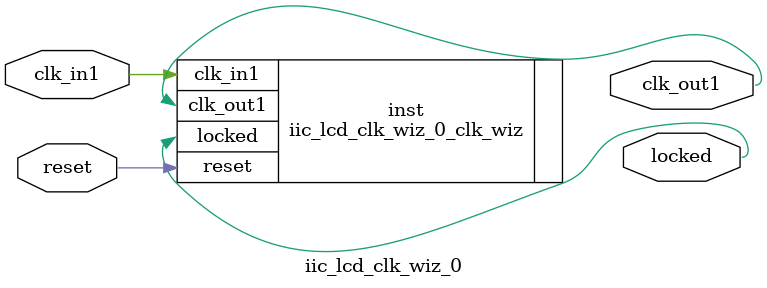
<source format=v>


`timescale 1ps/1ps

(* CORE_GENERATION_INFO = "iic_lcd_clk_wiz_0,clk_wiz_v6_0_15_0_0,{component_name=iic_lcd_clk_wiz_0,use_phase_alignment=true,use_min_o_jitter=false,use_max_i_jitter=false,use_dyn_phase_shift=false,use_inclk_switchover=false,use_dyn_reconfig=false,enable_axi=0,feedback_source=FDBK_AUTO,PRIMITIVE=MMCM,num_out_clk=1,clkin1_period=10.000,clkin2_period=10.000,use_power_down=false,use_reset=true,use_locked=true,use_inclk_stopped=false,feedback_type=SINGLE,CLOCK_MGR_TYPE=NA,manual_override=false}" *)

module iic_lcd_clk_wiz_0 
 (
  // Clock out ports
  output        clk_out1,
  // Status and control signals
  input         reset,
  output        locked,
 // Clock in ports
  input         clk_in1
 );

  iic_lcd_clk_wiz_0_clk_wiz inst
  (
  // Clock out ports  
  .clk_out1(clk_out1),
  // Status and control signals               
  .reset(reset), 
  .locked(locked),
 // Clock in ports
  .clk_in1(clk_in1)
  );

endmodule

</source>
